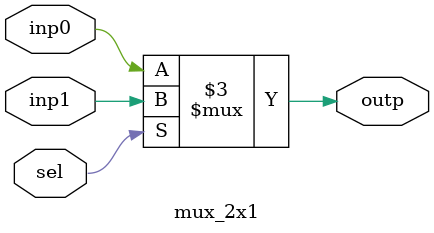
<source format=sv>

module mux_2x1(outp,sel,inp0,inp1);
  input inp0,inp1,sel;
  output reg outp;
  
  always@(sel or inp0 or inp1 ) begin
    if(sel)
      outp=inp1;
    else
      outp=inp0;
  end
endmodule

</source>
